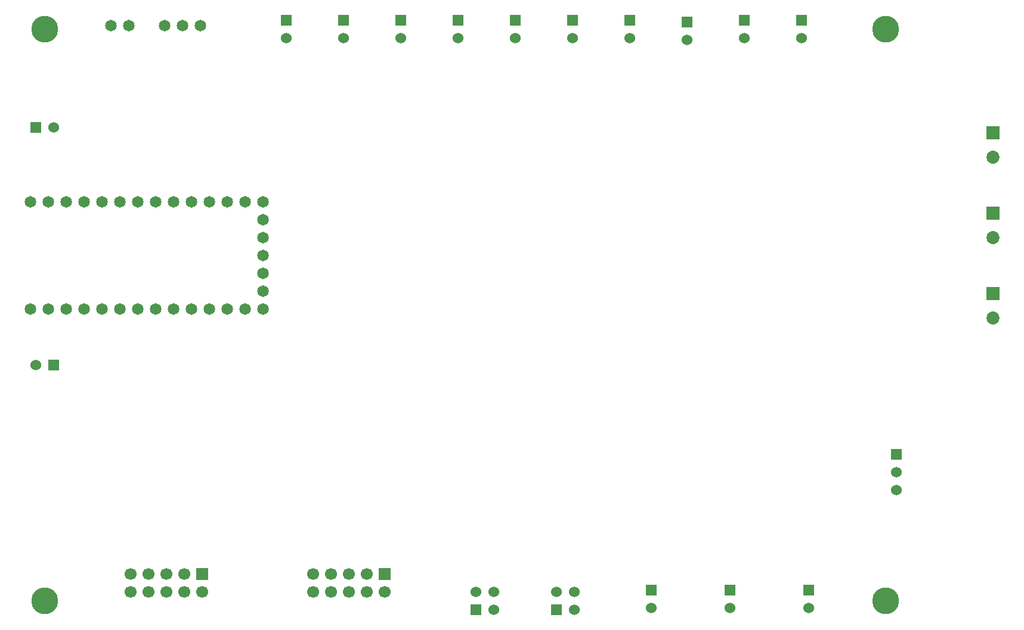
<source format=gbs>
%TF.GenerationSoftware,KiCad,Pcbnew,5.1.7-a382d34a8~87~ubuntu18.04.1*%
%TF.CreationDate,2023-02-22T17:15:09-08:00*%
%TF.ProjectId,potentiostat,706f7465-6e74-4696-9f73-7461742e6b69,rev?*%
%TF.SameCoordinates,Original*%
%TF.FileFunction,Soldermask,Bot*%
%TF.FilePolarity,Negative*%
%FSLAX46Y46*%
G04 Gerber Fmt 4.6, Leading zero omitted, Abs format (unit mm)*
G04 Created by KiCad (PCBNEW 5.1.7-a382d34a8~87~ubuntu18.04.1) date 2023-02-22 17:15:09*
%MOMM*%
%LPD*%
G01*
G04 APERTURE LIST*
%ADD10C,1.651000*%
%ADD11R,1.524000X1.524000*%
%ADD12C,1.524000*%
%ADD13C,1.700000*%
%ADD14R,1.700000X1.700000*%
%ADD15C,3.810000*%
%ADD16R,1.854200X1.854200*%
%ADD17C,1.854200*%
G04 APERTURE END LIST*
D10*
%TO.C,U2*%
X52540000Y-79180000D03*
X55080000Y-79180000D03*
X57620000Y-79180000D03*
X60160000Y-79180000D03*
X62700000Y-79180000D03*
X65240000Y-79180000D03*
X67780000Y-79180000D03*
X70320000Y-79180000D03*
X72860000Y-79180000D03*
X75400000Y-79180000D03*
X77940000Y-79180000D03*
X80480000Y-79180000D03*
X83020000Y-79180000D03*
X85560000Y-79180000D03*
X85560000Y-81720000D03*
X85560000Y-84260000D03*
X85560000Y-86800000D03*
X85560000Y-89340000D03*
X85560000Y-91880000D03*
X85560000Y-94420000D03*
X83020000Y-94420000D03*
X80480000Y-94420000D03*
X77940000Y-94420000D03*
X75400000Y-94420000D03*
X72860000Y-94420000D03*
X70320000Y-94420000D03*
X67780000Y-94420000D03*
X65240000Y-94420000D03*
X62700000Y-94420000D03*
X60160000Y-94420000D03*
X57620000Y-94420000D03*
X55080000Y-94420000D03*
X52540000Y-94420000D03*
%TD*%
D11*
%TO.C,P5*%
X53340000Y-68580000D03*
D12*
X55880000Y-68580000D03*
%TD*%
D11*
%TO.C,K1*%
X175514000Y-115062000D03*
D12*
X175514000Y-117602000D03*
X175514000Y-120142000D03*
%TD*%
D13*
%TO.C,P14*%
X66802000Y-134620000D03*
X66802000Y-132080000D03*
X69342000Y-134620000D03*
X69342000Y-132080000D03*
X71882000Y-134620000D03*
X71882000Y-132080000D03*
X74422000Y-134620000D03*
X74422000Y-132080000D03*
X76962000Y-134620000D03*
D14*
X76962000Y-132080000D03*
%TD*%
D13*
%TO.C,P13*%
X92710000Y-134620000D03*
X92710000Y-132080000D03*
X95250000Y-134620000D03*
X95250000Y-132080000D03*
X97790000Y-134620000D03*
X97790000Y-132080000D03*
X100330000Y-134620000D03*
X100330000Y-132080000D03*
X102870000Y-134620000D03*
D14*
X102870000Y-132080000D03*
%TD*%
D11*
%TO.C,P7*%
X129540000Y-53340000D03*
D12*
X129540000Y-55880000D03*
%TD*%
D11*
%TO.C,P9*%
X137668000Y-53340000D03*
D12*
X137668000Y-55880000D03*
%TD*%
D11*
%TO.C,P20*%
X163068000Y-134366000D03*
D12*
X163068000Y-136906000D03*
%TD*%
%TO.C,P21*%
X145796000Y-56134000D03*
D11*
X145796000Y-53594000D03*
%TD*%
%TO.C,P19*%
X153924000Y-53340000D03*
D12*
X153924000Y-55880000D03*
%TD*%
D11*
%TO.C,P6*%
X121412000Y-53340000D03*
D12*
X121412000Y-55880000D03*
%TD*%
D11*
%TO.C,P10*%
X105156000Y-53340000D03*
D12*
X105156000Y-55880000D03*
%TD*%
D11*
%TO.C,P12*%
X97028000Y-53340000D03*
D12*
X97028000Y-55880000D03*
%TD*%
D11*
%TO.C,P11*%
X88900000Y-53340000D03*
D12*
X88900000Y-55880000D03*
%TD*%
D11*
%TO.C,P4*%
X55880000Y-102362000D03*
D12*
X53340000Y-102362000D03*
%TD*%
D11*
%TO.C,P18*%
X140716000Y-134366000D03*
D12*
X140716000Y-136906000D03*
%TD*%
D11*
%TO.C,P17*%
X151892000Y-134366000D03*
D12*
X151892000Y-136906000D03*
%TD*%
D11*
%TO.C,P8*%
X113284000Y-53340000D03*
D12*
X113284000Y-55880000D03*
%TD*%
D11*
%TO.C,P16*%
X127254000Y-137160000D03*
D12*
X127254000Y-134620000D03*
X129794000Y-137160000D03*
X129794000Y-134620000D03*
%TD*%
D11*
%TO.C,P15*%
X115824000Y-137160000D03*
D12*
X115824000Y-134620000D03*
X118364000Y-137160000D03*
X118364000Y-134620000D03*
%TD*%
D15*
%TO.C,H3*%
X173990000Y-135890000D03*
%TD*%
%TO.C,H4*%
X54610000Y-135890000D03*
%TD*%
%TO.C,H1*%
X54610000Y-54610000D03*
%TD*%
%TO.C,H2*%
X173990000Y-54610000D03*
%TD*%
D11*
%TO.C,P22*%
X162052000Y-53340000D03*
D12*
X162052000Y-55880000D03*
%TD*%
D10*
%TO.C,U6*%
X64008000Y-54102000D03*
X66548000Y-54102000D03*
X71628000Y-54102000D03*
X74168000Y-54102000D03*
X76708000Y-54102000D03*
%TD*%
D16*
%TO.C,P1*%
X189230000Y-69369940D03*
D17*
X189230000Y-72870060D03*
%TD*%
%TO.C,P2*%
X189230000Y-84300060D03*
D16*
X189230000Y-80799940D03*
%TD*%
%TO.C,P3*%
X189230000Y-92229940D03*
D17*
X189230000Y-95730060D03*
%TD*%
M02*

</source>
